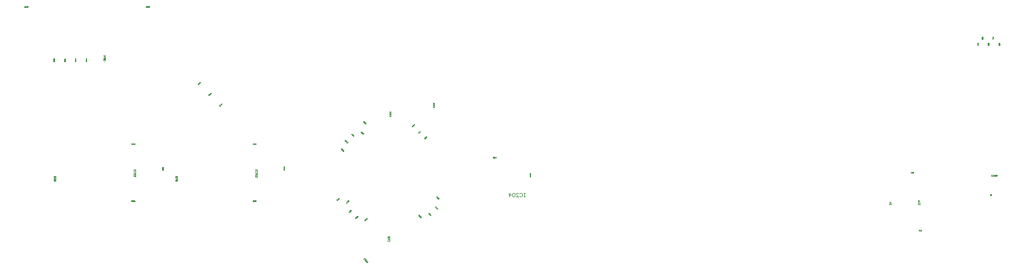
<source format=gbr>
%TF.GenerationSoftware,Altium Limited,Altium Designer,22.4.2 (48)*%
G04 Layer_Color=32896*
%FSLAX26Y26*%
%MOIN*%
%TF.SameCoordinates,8C98EB32-1E12-42CD-A60B-9DA89663A72C*%
%TF.FilePolarity,Positive*%
%TF.FileFunction,Other,Bottom_Value*%
%TF.Part,Single*%
G01*
G75*
%TA.AperFunction,NonConductor*%
%ADD112C,0.001000*%
D112*
X9229001Y2934714D02*
X9227361Y2933074D01*
X9224081D01*
X9222441Y2934714D01*
Y2941273D01*
X9224081Y2942913D01*
X9227361D01*
X9229001Y2941273D01*
X9237200Y2933074D02*
X9233920D01*
X9232280Y2934714D01*
Y2941273D01*
X9233920Y2942913D01*
X9237200D01*
X9238840Y2941273D01*
Y2934714D01*
X9237200Y2933074D01*
X9248679Y2934714D02*
X9247039Y2933074D01*
X9243760D01*
X9242120Y2934714D01*
Y2941273D01*
X9243760Y2942913D01*
X9247039D01*
X9248679Y2941273D01*
Y2937994D01*
X9245399D01*
X9251959Y2942913D02*
X9255239D01*
X9253599D01*
Y2933074D01*
X9251959Y2934714D01*
X9216535Y2829647D02*
Y2834646D01*
X9219035D01*
X9219868Y2833813D01*
Y2830480D01*
X9219035Y2829647D01*
X9216535D01*
X9221534Y2830480D02*
X9222367Y2829647D01*
X9224033D01*
X9224866Y2830480D01*
Y2831313D01*
X9224033Y2832146D01*
X9223200D01*
X9224033D01*
X9224866Y2832980D01*
Y2833813D01*
X9224033Y2834646D01*
X9222367D01*
X9221534Y2833813D01*
X8671257Y2776575D02*
X8661417D01*
Y2781494D01*
X8663057Y2783134D01*
X8669617D01*
X8671257Y2781494D01*
Y2776575D01*
X8661417Y2791334D02*
X8671257D01*
X8666337Y2786414D01*
Y2792974D01*
X6653543Y2839875D02*
X6646879D01*
X6650211D01*
Y2819882D01*
X6653543D01*
X6646879D01*
X6623553Y2836543D02*
X6626885Y2839875D01*
X6633550D01*
X6636882Y2836543D01*
Y2823214D01*
X6633550Y2819882D01*
X6626885D01*
X6623553Y2823214D01*
X6603560Y2819882D02*
X6616889D01*
X6603560Y2833211D01*
Y2836543D01*
X6606892Y2839875D01*
X6613556D01*
X6616889Y2836543D01*
X6596895D02*
X6593563Y2839875D01*
X6586898D01*
X6583566Y2836543D01*
Y2823214D01*
X6586898Y2819882D01*
X6593563D01*
X6596895Y2823214D01*
Y2836543D01*
X6566905Y2819882D02*
Y2839875D01*
X6576901Y2829879D01*
X6563573D01*
X8828737Y2776575D02*
Y2779855D01*
Y2778215D01*
X8818898D01*
Y2776575D01*
Y2779855D01*
X8827097Y2791334D02*
X8828737Y2789694D01*
Y2786414D01*
X8827097Y2784774D01*
X8820538D01*
X8818898Y2786414D01*
Y2789694D01*
X8820538Y2791334D01*
X8828737Y2801173D02*
X8827097Y2797893D01*
X8823817Y2794613D01*
X8820538D01*
X8818898Y2796253D01*
Y2799533D01*
X8820538Y2801173D01*
X8822177D01*
X8823817Y2799533D01*
Y2794613D01*
X4337268Y3578082D02*
X4338580Y3576770D01*
Y3574146D01*
X4337268Y3572835D01*
X4332021D01*
X4330709Y3574146D01*
Y3576770D01*
X4332021Y3578082D01*
X4330709Y3585954D02*
Y3580706D01*
X4335956Y3585954D01*
X4337268D01*
X4338580Y3584642D01*
Y3582018D01*
X4337268Y3580706D01*
X4338580Y3593825D02*
Y3588578D01*
X4334644D01*
X4335956Y3591201D01*
Y3592513D01*
X4334644Y3593825D01*
X4332021D01*
X4330709Y3592513D01*
Y3589890D01*
X4332021Y3588578D01*
X4330709Y3600385D02*
X4338580D01*
X4334644Y3596449D01*
Y3601697D01*
X6102116Y3143470D02*
Y3142292D01*
X6100938Y3141114D01*
X6099760D01*
X6097404Y3143470D01*
Y3144648D01*
X6098582Y3145826D01*
X6099760D01*
X6102705Y3149950D02*
X6100349Y3147593D01*
X6105062D01*
X6105651Y3147005D01*
Y3145826D01*
X6104473Y3144648D01*
X6103294D01*
X6106240Y3153484D02*
X6103883Y3151128D01*
X6108596D01*
X6109185Y3150539D01*
Y3149361D01*
X6108007Y3148183D01*
X6106829D01*
X6107418Y3154662D02*
X6108596Y3155840D01*
X6108007Y3155251D01*
X6111541Y3151717D01*
X6110363D01*
X6679890Y2946471D02*
X6679057Y2947304D01*
Y2948970D01*
X6679890Y2949803D01*
X6683222D01*
X6684055Y2948970D01*
Y2947304D01*
X6683222Y2946471D01*
X6684055Y2941472D02*
Y2944805D01*
X6680723Y2941472D01*
X6679890D01*
X6679057Y2942305D01*
Y2943972D01*
X6679890Y2944805D01*
X6684055Y2937307D02*
X6679057D01*
X6681556Y2939806D01*
Y2936474D01*
X6679057Y2931476D02*
X6679890Y2933142D01*
X6681556Y2934808D01*
X6683222D01*
X6684055Y2933975D01*
Y2932309D01*
X6683222Y2931476D01*
X6682389D01*
X6681556Y2932309D01*
Y2934808D01*
X5912071Y3269027D02*
X5913383Y3267715D01*
Y3265091D01*
X5912071Y3263780D01*
X5906824D01*
X5905512Y3265091D01*
Y3267715D01*
X5906824Y3269027D01*
X5905512Y3276899D02*
Y3271651D01*
X5910759Y3276899D01*
X5912071D01*
X5913383Y3275587D01*
Y3272963D01*
X5912071Y3271651D01*
Y3279523D02*
X5913383Y3280834D01*
Y3283458D01*
X5912071Y3284770D01*
X5906824D01*
X5905512Y3283458D01*
Y3280834D01*
X5906824Y3279523D01*
X5912071D01*
Y3287394D02*
X5913383Y3288706D01*
Y3291330D01*
X5912071Y3292642D01*
X5910759D01*
X5909448Y3291330D01*
Y3290018D01*
Y3291330D01*
X5908136Y3292642D01*
X5906824D01*
X5905512Y3291330D01*
Y3288706D01*
X5906824Y3287394D01*
X5760571Y3171500D02*
X5761750D01*
X5762928Y3170322D01*
Y3169144D01*
X5760572Y3166788D01*
X5759393D01*
X5758215Y3167966D01*
Y3169144D01*
X5754092Y3172089D02*
X5756448Y3169733D01*
Y3174446D01*
X5757037Y3175035D01*
X5758215D01*
X5759393Y3173857D01*
Y3172678D01*
X5755859Y3176213D02*
Y3177391D01*
X5754681Y3178569D01*
X5753503D01*
X5751146Y3176213D01*
Y3175035D01*
X5752324Y3173857D01*
X5753503D01*
X5755859Y3176213D01*
X5747612Y3178569D02*
X5751146Y3182104D01*
Y3178569D01*
X5748790Y3180925D01*
X5652304Y3077012D02*
X5653482D01*
X5654660Y3075834D01*
Y3074656D01*
X5652304Y3072300D01*
X5651126D01*
X5649948Y3073478D01*
Y3074656D01*
X5645824Y3077601D02*
X5648180Y3075245D01*
Y3079957D01*
X5648769Y3080546D01*
X5649948D01*
X5651126Y3079368D01*
Y3078190D01*
X5647591Y3081725D02*
Y3082903D01*
X5646413Y3084081D01*
X5645235D01*
X5642879Y3081725D01*
Y3080546D01*
X5644057Y3079368D01*
X5645235D01*
X5647591Y3081725D01*
X5642290Y3088204D02*
X5644646Y3085848D01*
X5642879Y3084081D01*
X5642290Y3085848D01*
X5641701Y3086437D01*
X5640522D01*
X5639344Y3085259D01*
Y3084081D01*
X5640522Y3082903D01*
X5641701D01*
X5677909Y2798957D02*
Y2800135D01*
X5679087Y2801314D01*
X5680265D01*
X5682622Y2798957D01*
Y2797779D01*
X5681444Y2796601D01*
X5680265D01*
X5677320Y2792477D02*
X5679676Y2794834D01*
X5674964D01*
X5674375Y2795423D01*
Y2796601D01*
X5675553Y2797779D01*
X5676731D01*
X5673197Y2794245D02*
X5672018D01*
X5670840Y2793067D01*
Y2791888D01*
X5673197Y2789532D01*
X5674375D01*
X5675553Y2790710D01*
Y2791889D01*
X5673197Y2794245D01*
X5666717Y2788943D02*
X5668484Y2789532D01*
X5670840D01*
X5672018Y2788354D01*
Y2787176D01*
X5670840Y2785998D01*
X5669662D01*
X5669073Y2786587D01*
Y2787765D01*
X5670840Y2789532D01*
X5777319Y2700532D02*
Y2701710D01*
X5778497Y2702888D01*
X5779675D01*
X5782031Y2700532D01*
Y2699354D01*
X5780853Y2698176D01*
X5779675D01*
X5776730Y2694052D02*
X5779086Y2696409D01*
X5774373D01*
X5773784Y2696998D01*
Y2698176D01*
X5774962Y2699354D01*
X5776141D01*
X5772606Y2695820D02*
X5771428D01*
X5770250Y2694641D01*
Y2693463D01*
X5772606Y2691107D01*
X5773784D01*
X5774962Y2692285D01*
Y2693463D01*
X5772606Y2695820D01*
X5768483Y2692874D02*
X5766126Y2690518D01*
X5766715Y2689929D01*
X5771428Y2689929D01*
X5772017Y2689340D01*
X6068169Y2716295D02*
X6066991D01*
X6065812Y2717473D01*
Y2718651D01*
X6068169Y2721008D01*
X6069347D01*
X6070525Y2719829D01*
Y2718651D01*
X6074649Y2715706D02*
X6072292Y2718062D01*
Y2713350D01*
X6071703Y2712761D01*
X6070525D01*
X6069347Y2713939D01*
Y2715117D01*
X6072881Y2711582D02*
Y2710404D01*
X6074059Y2709226D01*
X6075238D01*
X6077594Y2711582D01*
Y2712761D01*
X6076416Y2713939D01*
X6075238D01*
X6072881Y2711582D01*
X6076416Y2708048D02*
Y2706870D01*
X6077594Y2705692D01*
X6078772D01*
X6079361Y2706281D01*
Y2707459D01*
X6080539D01*
X6081128Y2708048D01*
Y2709226D01*
X6079950Y2710404D01*
X6078772D01*
X6078183Y2709815D01*
Y2708637D01*
X6077005D01*
X6076416Y2708048D01*
X6078183Y2708637D02*
X6079361Y2707459D01*
X6166594Y2818657D02*
X6165416D01*
X6164238Y2819835D01*
Y2821014D01*
X6166594Y2823370D01*
X6167772D01*
X6168950Y2822192D01*
Y2821013D01*
X6173074Y2818068D02*
X6170717Y2820424D01*
Y2815712D01*
X6170128Y2815123D01*
X6168950D01*
X6167772Y2816301D01*
Y2817479D01*
X6171306Y2813945D02*
Y2812767D01*
X6172485Y2811588D01*
X6173663D01*
X6176019Y2813945D01*
Y2815123D01*
X6174841Y2816301D01*
X6173663D01*
X6171306Y2813945D01*
X6177197Y2812767D02*
X6178375D01*
X6179553Y2811588D01*
Y2810410D01*
X6177197Y2808054D01*
X6176019D01*
X6174841Y2809232D01*
Y2810410D01*
X6175430Y2810999D01*
X6176608D01*
X6178375Y2809232D01*
X6033705Y3209901D02*
Y3208723D01*
X6032527Y3207545D01*
X6031349D01*
X6028993Y3209901D01*
Y3211079D01*
X6030171Y3212257D01*
X6031349D01*
X6034294Y3216381D02*
X6031938Y3214024D01*
X6036651D01*
X6037240Y3213435D01*
Y3212257D01*
X6036062Y3211079D01*
X6034883D01*
X6035472Y3217559D02*
X6036651Y3218737D01*
X6036062Y3218148D01*
X6039596Y3214613D01*
X6038418D01*
X6041363Y3217559D02*
X6042541D01*
X6043719Y3218737D01*
Y3219915D01*
X6041363Y3222271D01*
X6040185D01*
X6039007Y3221093D01*
Y3219915D01*
X6041363Y3217559D01*
X6069138Y3174468D02*
Y3173290D01*
X6067960Y3172112D01*
X6066782D01*
X6064426Y3174468D01*
Y3175646D01*
X6065604Y3176824D01*
X6066782D01*
X6069727Y3180948D02*
X6067371Y3178591D01*
X6072083D01*
X6072672Y3178002D01*
Y3176824D01*
X6071494Y3175646D01*
X6070316D01*
X6070905Y3182126D02*
X6072083Y3183304D01*
X6071494Y3182715D01*
X6075029Y3179180D01*
X6073851D01*
Y3185071D02*
X6075029Y3186249D01*
X6074440Y3185660D01*
X6077974Y3182126D01*
X6076796D01*
X5898952Y2597115D02*
X5897640Y2598427D01*
Y2601050D01*
X5898952Y2602362D01*
X5904200D01*
X5905512Y2601050D01*
Y2598427D01*
X5904200Y2597115D01*
X5905512Y2589243D02*
Y2594491D01*
X5900264Y2589243D01*
X5898952D01*
X5897640Y2590555D01*
Y2593179D01*
X5898952Y2594491D01*
X5905512Y2586619D02*
Y2583995D01*
Y2585307D01*
X5897640D01*
X5898952Y2586619D01*
X5905512Y2574812D02*
Y2580060D01*
X5900264Y2574812D01*
X5898952D01*
X5897640Y2576124D01*
Y2578748D01*
X5898952Y2580060D01*
X5773367Y3227603D02*
X5774545D01*
X5775723Y3226425D01*
Y3225246D01*
X5773367Y3222890D01*
X5772189D01*
X5771011Y3224068D01*
Y3225247D01*
X5766887Y3228192D02*
X5769243Y3225836D01*
Y3230548D01*
X5769832Y3231137D01*
X5771011D01*
X5772189Y3229959D01*
Y3228781D01*
X5765709Y3229370D02*
X5764531Y3230548D01*
X5765120Y3229959D01*
X5768654Y3233493D01*
Y3232315D01*
X5765709Y3235260D02*
Y3236439D01*
X5764531Y3237617D01*
X5763353D01*
X5762764Y3237028D01*
Y3235850D01*
X5763353Y3235260D01*
X5762764Y3235850D01*
X5761585D01*
X5760996Y3235261D01*
Y3234082D01*
X5762175Y3232904D01*
X5763353D01*
X5708406Y3159689D02*
X5709584D01*
X5710762Y3158511D01*
Y3157333D01*
X5708406Y3154977D01*
X5707228D01*
X5706050Y3156155D01*
Y3157333D01*
X5701926Y3160278D02*
X5704283Y3157922D01*
Y3162635D01*
X5704872Y3163224D01*
X5706050D01*
X5707228Y3162046D01*
Y3160867D01*
X5700748Y3161456D02*
X5699570Y3162635D01*
X5700159Y3162046D01*
X5703694Y3165580D01*
Y3164402D01*
X5696036Y3166169D02*
X5699570Y3169703D01*
Y3166169D01*
X5697214Y3168525D01*
X5672973Y3124256D02*
X5674151D01*
X5675329Y3123078D01*
Y3121900D01*
X5672973Y3119544D01*
X5671795D01*
X5670617Y3120722D01*
Y3121900D01*
X5666493Y3124845D02*
X5668850Y3122489D01*
Y3127202D01*
X5669439Y3127791D01*
X5670617D01*
X5671795Y3126613D01*
Y3125434D01*
X5665315Y3126023D02*
X5664137Y3127202D01*
X5664726Y3126613D01*
X5668261Y3130147D01*
Y3128969D01*
X5663548Y3134859D02*
X5665904Y3132503D01*
X5664137Y3130736D01*
X5663548Y3132503D01*
X5662959Y3133092D01*
X5661781D01*
X5660603Y3131914D01*
Y3130736D01*
X5661781Y3129558D01*
X5662959D01*
X5625744Y2812737D02*
Y2813915D01*
X5626922Y2815093D01*
X5628100D01*
X5630456Y2812737D01*
Y2811559D01*
X5629278Y2810381D01*
X5628100D01*
X5625155Y2806257D02*
X5627511Y2808613D01*
X5622798D01*
X5622209Y2809202D01*
Y2810381D01*
X5623387Y2811559D01*
X5624566D01*
X5623977Y2805079D02*
X5622798Y2803901D01*
X5623387Y2804490D01*
X5619853Y2808024D01*
X5621031D01*
X5615141Y2803312D02*
X5616908Y2803901D01*
X5619264D01*
X5620442Y2802723D01*
Y2801544D01*
X5619264Y2800366D01*
X5618086D01*
X5617497Y2800955D01*
Y2802134D01*
X5619264Y2803901D01*
X5690704Y2745808D02*
Y2746986D01*
X5691882Y2748164D01*
X5693061D01*
X5695417Y2745808D01*
Y2744630D01*
X5694239Y2743451D01*
X5693061D01*
X5690115Y2739328D02*
X5692472Y2741684D01*
X5687759D01*
X5687170Y2742273D01*
Y2743451D01*
X5688348Y2744630D01*
X5689526D01*
X5688937Y2738150D02*
X5687759Y2736972D01*
X5688348Y2737561D01*
X5684814Y2741095D01*
X5685992D01*
X5682458Y2738739D02*
X5680101Y2736383D01*
X5680690Y2735794D01*
X5685403Y2735794D01*
X5685992Y2735204D01*
X5727122Y2712343D02*
Y2713521D01*
X5728300Y2714699D01*
X5729478D01*
X5731834Y2712343D01*
Y2711165D01*
X5730656Y2709987D01*
X5729478D01*
X5726533Y2705863D02*
X5728889Y2708220D01*
X5724176D01*
X5723587Y2708809D01*
Y2709987D01*
X5724765Y2711165D01*
X5725944D01*
X5725355Y2704685D02*
X5724176Y2703507D01*
X5724765Y2704096D01*
X5721231Y2707631D01*
X5722409D01*
X5719464Y2704685D02*
X5718286D01*
X5717108Y2703507D01*
Y2702329D01*
X5717697Y2701740D01*
X5718875D01*
Y2700562D01*
X5719464Y2699973D01*
X5720642D01*
X5721820Y2701151D01*
Y2702329D01*
X5721231Y2702918D01*
X5720053D01*
Y2704096D01*
X5719464Y2704685D01*
X5720053Y2702918D02*
X5718875Y2701740D01*
X6122303Y2727122D02*
X6121124D01*
X6119946Y2728300D01*
Y2729478D01*
X6122302Y2731834D01*
X6123481D01*
X6124659Y2730656D01*
Y2729478D01*
X6128782Y2726533D02*
X6126426Y2728889D01*
Y2724176D01*
X6125837Y2723587D01*
X6124659D01*
X6123481Y2724765D01*
Y2725944D01*
X6129960Y2725354D02*
X6131139Y2724176D01*
X6130550Y2724765D01*
X6127015Y2721231D01*
Y2722409D01*
X6132317Y2721820D02*
X6133495D01*
X6134673Y2720642D01*
Y2719464D01*
X6132317Y2717108D01*
X6131139D01*
X6129960Y2718286D01*
Y2719464D01*
X6130549Y2720053D01*
X6131728D01*
X6133495Y2718286D01*
X6159704Y2762555D02*
X6158526D01*
X6157348Y2763733D01*
Y2764911D01*
X6159704Y2767267D01*
X6160882D01*
X6162060Y2766089D01*
Y2764911D01*
X6166184Y2761966D02*
X6163828Y2764322D01*
Y2759609D01*
X6163239Y2759020D01*
X6162060D01*
X6160882Y2760198D01*
Y2761377D01*
X6169718Y2758431D02*
X6167362Y2760788D01*
Y2756075D01*
X6166773Y2755486D01*
X6165595D01*
X6164417Y2756664D01*
Y2757842D01*
X6167951Y2754308D02*
Y2753130D01*
X6169129Y2751952D01*
X6170307D01*
X6172664Y2754308D01*
Y2755486D01*
X6171485Y2756664D01*
X6170307D01*
X6167951Y2754308D01*
X6152229Y3319224D02*
X6153541Y3317912D01*
Y3315288D01*
X6152229Y3313976D01*
X6146981D01*
X6145669Y3315288D01*
Y3317912D01*
X6146981Y3319224D01*
X6145669Y3327095D02*
Y3321848D01*
X6150917Y3327095D01*
X6152229D01*
X6153541Y3325784D01*
Y3323160D01*
X6152229Y3321848D01*
Y3329719D02*
X6153541Y3331031D01*
Y3333655D01*
X6152229Y3334967D01*
X6146981D01*
X6145669Y3333655D01*
Y3331031D01*
X6146981Y3329719D01*
X6152229D01*
X6145669Y3337591D02*
Y3340215D01*
Y3338903D01*
X6153541D01*
X6152229Y3337591D01*
X5766678Y2474046D02*
X5764823Y2474045D01*
X5762967Y2475901D01*
Y2477756D01*
X5766678Y2481467D01*
X5768533D01*
X5770389Y2479611D01*
Y2477756D01*
X5776882Y2473118D02*
X5773172Y2476828D01*
Y2469407D01*
X5772244Y2468479D01*
X5770389D01*
X5768533Y2470335D01*
Y2472190D01*
X5774099Y2466624D02*
X5774099Y2464769D01*
X5775955Y2462914D01*
X5777810D01*
X5781520Y2466624D01*
Y2468479D01*
X5779665Y2470335D01*
X5777810D01*
X5774099Y2466624D01*
X5788014Y2461986D02*
X5784304Y2465696D01*
Y2458275D01*
X5783376Y2457347D01*
X5781520D01*
X5779665Y2459203D01*
X5779665Y2461058D01*
X6476378Y3040000D02*
Y3035002D01*
X6478877D01*
X6479710Y3035835D01*
Y3037501D01*
X6478877Y3038334D01*
X6476378D01*
X6478044D02*
X6479710Y3040000D01*
X6484709D02*
X6481376D01*
X6484709Y3036668D01*
Y3035835D01*
X6483876Y3035002D01*
X6482209D01*
X6481376Y3035835D01*
X6486375Y3040000D02*
X6488041D01*
X6487208D01*
Y3035002D01*
X6486375Y3035835D01*
X6493039Y3040000D02*
Y3035002D01*
X6490540Y3037501D01*
X6493872D01*
X9145669Y3657480D02*
X9150668D01*
Y3659980D01*
X9149835Y3660813D01*
X9148168D01*
X9147335Y3659980D01*
Y3657480D01*
Y3659146D02*
X9145669Y3660813D01*
Y3662479D02*
Y3664145D01*
Y3663312D01*
X9150668D01*
X9149835Y3662479D01*
X9150668Y3669976D02*
X9149835Y3668310D01*
X9148168Y3666644D01*
X9146502D01*
X9145669Y3667477D01*
Y3669143D01*
X9146502Y3669976D01*
X9147335D01*
X9148168Y3669143D01*
Y3666644D01*
X9234252Y3704724D02*
X9229254D01*
Y3702225D01*
X9230087Y3701392D01*
X9231753D01*
X9232586Y3702225D01*
Y3704724D01*
Y3703058D02*
X9234252Y3701392D01*
Y3699726D02*
Y3698060D01*
Y3698893D01*
X9229254D01*
X9230087Y3699726D01*
X9229254Y3695561D02*
Y3692228D01*
X9230087D01*
X9233419Y3695561D01*
X9234252D01*
X9263780Y3657480D02*
X9268778D01*
Y3659980D01*
X9267945Y3660813D01*
X9266279D01*
X9265446Y3659980D01*
Y3657480D01*
Y3659146D02*
X9263780Y3660813D01*
Y3662479D02*
Y3664145D01*
Y3663312D01*
X9268778D01*
X9267945Y3662479D01*
Y3666644D02*
X9268778Y3667477D01*
Y3669143D01*
X9267945Y3669976D01*
X9267112D01*
X9266279Y3669143D01*
X9265446Y3669976D01*
X9264613D01*
X9263780Y3669143D01*
Y3667477D01*
X9264613Y3666644D01*
X9265446D01*
X9266279Y3667477D01*
X9267112Y3666644D01*
X9267945D01*
X9266279Y3667477D02*
Y3669143D01*
X9175197Y3704724D02*
X9170199D01*
Y3702225D01*
X9171032Y3701392D01*
X9172698D01*
X9173531Y3702225D01*
Y3704724D01*
Y3703058D02*
X9175197Y3701392D01*
Y3699726D02*
Y3698060D01*
Y3698893D01*
X9170199D01*
X9171032Y3699726D01*
X9174364Y3695561D02*
X9175197Y3694728D01*
Y3693061D01*
X9174364Y3692228D01*
X9171032D01*
X9170199Y3693061D01*
Y3694728D01*
X9171032Y3695561D01*
X9171865D01*
X9172698Y3694728D01*
Y3692228D01*
X9204724Y3657480D02*
X9209723D01*
Y3659980D01*
X9208890Y3660813D01*
X9207224D01*
X9206390Y3659980D01*
Y3657480D01*
Y3659146D02*
X9204724Y3660813D01*
Y3665811D02*
Y3662479D01*
X9208057Y3665811D01*
X9208890D01*
X9209723Y3664978D01*
Y3663312D01*
X9208890Y3662479D01*
Y3667477D02*
X9209723Y3668310D01*
Y3669976D01*
X9208890Y3670809D01*
X9205558D01*
X9204724Y3669976D01*
Y3668310D01*
X9205558Y3667477D01*
X9208890D01*
X4177394Y3571246D02*
X4178227Y3570413D01*
Y3568747D01*
X4177394Y3567913D01*
X4174061D01*
X4173228Y3568747D01*
Y3570413D01*
X4174061Y3571246D01*
X4173228Y3576244D02*
Y3572912D01*
X4176561Y3576244D01*
X4177394D01*
X4178227Y3575411D01*
Y3573745D01*
X4177394Y3572912D01*
X4178227Y3581242D02*
Y3577910D01*
X4175728D01*
X4176561Y3579576D01*
Y3580409D01*
X4175728Y3581242D01*
X4174061D01*
X4173228Y3580409D01*
Y3578743D01*
X4174061Y3577910D01*
X4178227Y3586241D02*
X4177394Y3584575D01*
X4175728Y3582909D01*
X4174061D01*
X4173228Y3583742D01*
Y3585408D01*
X4174061Y3586241D01*
X4174895D01*
X4175728Y3585408D01*
Y3582909D01*
X4912811Y3383298D02*
Y3382120D01*
X4911633Y3380942D01*
X4910455D01*
X4908098Y3383298D01*
Y3384476D01*
X4909276Y3385655D01*
X4910455D01*
X4913400Y3389778D02*
X4911044Y3387422D01*
X4915756D01*
X4916345Y3386833D01*
Y3385655D01*
X4915167Y3384476D01*
X4913989D01*
X4916345Y3392723D02*
X4919880Y3389189D01*
X4916345D01*
X4918702Y3391545D01*
X4921058D02*
X4922236D01*
X4923414Y3392723D01*
Y3393901D01*
X4922825Y3394490D01*
X4921647D01*
Y3395669D01*
X4921058Y3396258D01*
X4919880D01*
X4918702Y3395080D01*
Y3393901D01*
X4919291Y3393312D01*
X4920469D01*
Y3392134D01*
X4921058Y3391545D01*
X4920469Y3393312D02*
X4921647Y3394490D01*
X4728677Y2930776D02*
X4727365Y2932088D01*
Y2934712D01*
X4728677Y2936024D01*
X4733924D01*
X4735236Y2934712D01*
Y2932088D01*
X4733924Y2930776D01*
X4735236Y2922905D02*
Y2928152D01*
X4729989Y2922905D01*
X4728677D01*
X4727365Y2924216D01*
Y2926840D01*
X4728677Y2928152D01*
X4727365Y2915033D02*
X4728677Y2917657D01*
X4731301Y2920281D01*
X4733924D01*
X4735236Y2918969D01*
Y2916345D01*
X4733924Y2915033D01*
X4732612D01*
X4731301Y2916345D01*
Y2920281D01*
X4735236Y2907162D02*
Y2912409D01*
X4729989Y2907162D01*
X4728677D01*
X4727365Y2908473D01*
Y2911097D01*
X4728677Y2912409D01*
X4059385Y2930776D02*
X4058073Y2932088D01*
Y2934712D01*
X4059385Y2936024D01*
X4064633D01*
X4065945Y2934712D01*
Y2932088D01*
X4064633Y2930776D01*
X4065945Y2922905D02*
Y2928152D01*
X4060697Y2922905D01*
X4059385D01*
X4058073Y2924216D01*
Y2926840D01*
X4059385Y2928152D01*
X4058073Y2915033D02*
Y2920281D01*
X4062009D01*
X4060697Y2917657D01*
Y2916345D01*
X4062009Y2915033D01*
X4064633D01*
X4065945Y2916345D01*
Y2918969D01*
X4064633Y2920281D01*
Y2912409D02*
X4065945Y2911097D01*
Y2908473D01*
X4064633Y2907162D01*
X4059385D01*
X4058073Y2908473D01*
Y2911097D01*
X4059385Y2912409D01*
X4060697D01*
X4062009Y2911097D01*
Y2907162D01*
X4971866Y3324243D02*
Y3323065D01*
X4970688Y3321887D01*
X4969510D01*
X4967154Y3324243D01*
Y3325421D01*
X4968332Y3326599D01*
X4969510D01*
X4972455Y3330723D02*
X4970099Y3328367D01*
X4974811D01*
X4975400Y3327778D01*
Y3326599D01*
X4974222Y3325421D01*
X4973044D01*
X4975400Y3333668D02*
X4978935Y3330134D01*
X4975400D01*
X4977757Y3332490D01*
X4980702Y3331901D02*
X4983058Y3334257D01*
X4982469Y3334846D01*
X4977757Y3334846D01*
X4977168Y3335435D01*
X4498636Y2799441D02*
X4499469Y2800274D01*
X4501135D01*
X4501968Y2799441D01*
Y2796109D01*
X4501135Y2795276D01*
X4499469D01*
X4498636Y2796109D01*
X4496970Y2799441D02*
X4496137Y2800274D01*
X4494471D01*
X4493638Y2799441D01*
Y2798608D01*
X4494471Y2797775D01*
X4495304D01*
X4494471D01*
X4493638Y2796942D01*
Y2796109D01*
X4494471Y2795276D01*
X4496137D01*
X4496970Y2796109D01*
X4491972Y2799441D02*
X4491139Y2800274D01*
X4489472D01*
X4488639Y2799441D01*
Y2796109D01*
X4489472Y2795276D01*
X4491139D01*
X4491972Y2796109D01*
Y2799441D01*
X4486973D02*
X4486140Y2800274D01*
X4484474D01*
X4483641Y2799441D01*
Y2798608D01*
X4484474Y2797775D01*
X4485307D01*
X4484474D01*
X4483641Y2796942D01*
Y2796109D01*
X4484474Y2795276D01*
X4486140D01*
X4486973Y2796109D01*
X4657709Y2971836D02*
X4658542Y2971003D01*
Y2969337D01*
X4657709Y2968504D01*
X4654376D01*
X4653543Y2969337D01*
Y2971003D01*
X4654376Y2971836D01*
X4657709Y2973502D02*
X4658542Y2974336D01*
Y2976002D01*
X4657709Y2976835D01*
X4656876D01*
X4656042Y2976002D01*
Y2975169D01*
Y2976002D01*
X4655209Y2976835D01*
X4654376D01*
X4653543Y2976002D01*
Y2974336D01*
X4654376Y2973502D01*
X4657709Y2978501D02*
X4658542Y2979334D01*
Y2981000D01*
X4657709Y2981833D01*
X4654376D01*
X4653543Y2981000D01*
Y2979334D01*
X4654376Y2978501D01*
X4657709D01*
X4653543Y2983499D02*
Y2985165D01*
Y2984332D01*
X4658542D01*
X4657709Y2983499D01*
X5167927Y2799441D02*
X5168761Y2800274D01*
X5170427D01*
X5171260Y2799441D01*
Y2796109D01*
X5170427Y2795276D01*
X5168761D01*
X5167927Y2796109D01*
X5166261Y2799441D02*
X5165428Y2800274D01*
X5163762D01*
X5162929Y2799441D01*
Y2798608D01*
X5163762Y2797775D01*
X5164595D01*
X5163762D01*
X5162929Y2796942D01*
Y2796109D01*
X5163762Y2795276D01*
X5165428D01*
X5166261Y2796109D01*
X5161263Y2799441D02*
X5160430Y2800274D01*
X5158764D01*
X5157931Y2799441D01*
Y2796109D01*
X5158764Y2795276D01*
X5160430D01*
X5161263Y2796109D01*
Y2799441D01*
X5152932Y2800274D02*
X5156265D01*
Y2797775D01*
X5154599Y2798608D01*
X5153765D01*
X5152932Y2797775D01*
Y2796109D01*
X5153765Y2795276D01*
X5155431D01*
X5156265Y2796109D01*
X5167927Y3114401D02*
X5168761Y3115235D01*
X5170427D01*
X5171260Y3114401D01*
Y3111069D01*
X5170427Y3110236D01*
X5168761D01*
X5167927Y3111069D01*
X5166261Y3114401D02*
X5165428Y3115235D01*
X5163762D01*
X5162929Y3114401D01*
Y3113568D01*
X5163762Y3112735D01*
X5164595D01*
X5163762D01*
X5162929Y3111902D01*
Y3111069D01*
X5163762Y3110236D01*
X5165428D01*
X5166261Y3111069D01*
X5161263Y3114401D02*
X5160430Y3115235D01*
X5158764D01*
X5157931Y3114401D01*
Y3111069D01*
X5158764Y3110236D01*
X5160430D01*
X5161263Y3111069D01*
Y3114401D01*
X5153765Y3110236D02*
Y3115235D01*
X5156265Y3112735D01*
X5152932D01*
X5327000Y2971836D02*
X5327833Y2971003D01*
Y2969337D01*
X5327000Y2968504D01*
X5323668D01*
X5322835Y2969337D01*
Y2971003D01*
X5323668Y2971836D01*
X5327000Y2973502D02*
X5327833Y2974336D01*
Y2976002D01*
X5327000Y2976835D01*
X5326167D01*
X5325334Y2976002D01*
Y2975169D01*
Y2976002D01*
X5324501Y2976835D01*
X5323668D01*
X5322835Y2976002D01*
Y2974336D01*
X5323668Y2973502D01*
X5327000Y2978501D02*
X5327833Y2979334D01*
Y2981000D01*
X5327000Y2981833D01*
X5323668D01*
X5322835Y2981000D01*
Y2979334D01*
X5323668Y2978501D01*
X5327000D01*
X5327833Y2986831D02*
X5327000Y2985165D01*
X5325334Y2983499D01*
X5323668D01*
X5322835Y2984332D01*
Y2985998D01*
X5323668Y2986831D01*
X5324501D01*
X5325334Y2985998D01*
Y2983499D01*
X4498636Y3114401D02*
X4499469Y3115235D01*
X4501135D01*
X4501968Y3114401D01*
Y3111069D01*
X4501135Y3110236D01*
X4499469D01*
X4498636Y3111069D01*
X4496970Y3114401D02*
X4496137Y3115235D01*
X4494471D01*
X4493638Y3114401D01*
Y3113568D01*
X4494471Y3112735D01*
X4495304D01*
X4494471D01*
X4493638Y3111902D01*
Y3111069D01*
X4494471Y3110236D01*
X4496137D01*
X4496970Y3111069D01*
X4491972Y3114401D02*
X4491139Y3115235D01*
X4489472D01*
X4488639Y3114401D01*
Y3111069D01*
X4489472Y3110236D01*
X4491139D01*
X4491972Y3111069D01*
Y3114401D01*
X4483641Y3110236D02*
X4486973D01*
X4483641Y3113568D01*
Y3114401D01*
X4484474Y3115235D01*
X4486140D01*
X4486973Y3114401D01*
X4236449Y3571246D02*
X4237282Y3570413D01*
Y3568747D01*
X4236449Y3567913D01*
X4233117D01*
X4232283Y3568747D01*
Y3570413D01*
X4233117Y3571246D01*
X4232283Y3576244D02*
Y3572912D01*
X4235616Y3576244D01*
X4236449D01*
X4237282Y3575411D01*
Y3573745D01*
X4236449Y3572912D01*
X4237282Y3581242D02*
Y3577910D01*
X4234783D01*
X4235616Y3579576D01*
Y3580409D01*
X4234783Y3581242D01*
X4233117D01*
X4232283Y3580409D01*
Y3578743D01*
X4233117Y3577910D01*
X4237282Y3586241D02*
Y3582909D01*
X4234783D01*
X4235616Y3584575D01*
Y3585408D01*
X4234783Y3586241D01*
X4233117D01*
X4232283Y3585408D01*
Y3583742D01*
X4233117Y3582909D01*
X3910053Y3872276D02*
X3910887Y3873109D01*
X3912553D01*
X3913386Y3872276D01*
Y3868943D01*
X3912553Y3868110D01*
X3910887D01*
X3910053Y3868943D01*
X3905055Y3868110D02*
X3908387D01*
X3905055Y3871443D01*
Y3872276D01*
X3905888Y3873109D01*
X3907554D01*
X3908387Y3872276D01*
X3900890Y3868110D02*
Y3873109D01*
X3903389Y3870609D01*
X3900057D01*
X3895058Y3868110D02*
X3898391D01*
X3895058Y3871443D01*
Y3872276D01*
X3895891Y3873109D01*
X3897557D01*
X3898391Y3872276D01*
X4853756Y3442353D02*
Y3441175D01*
X4852578Y3439997D01*
X4851400D01*
X4849043Y3442353D01*
Y3443532D01*
X4850221Y3444710D01*
X4851400D01*
X4854345Y3448833D02*
X4851989Y3446477D01*
X4856701D01*
X4857290Y3445888D01*
Y3444710D01*
X4856112Y3443532D01*
X4854934D01*
X4857290Y3451778D02*
X4860825Y3448244D01*
X4857290D01*
X4859646Y3450600D01*
Y3452956D02*
Y3454135D01*
X4860825Y3455313D01*
X4862003D01*
X4864359Y3452957D01*
Y3451778D01*
X4863181Y3450600D01*
X4862003D01*
X4861414Y3451189D01*
Y3452367D01*
X4863181Y3454135D01*
X4059284Y3571246D02*
X4060117Y3570413D01*
Y3568747D01*
X4059284Y3567913D01*
X4055951D01*
X4055118Y3568747D01*
Y3570413D01*
X4055951Y3571246D01*
X4055118Y3576244D02*
Y3572912D01*
X4058450Y3576244D01*
X4059284D01*
X4060117Y3575411D01*
Y3573745D01*
X4059284Y3572912D01*
X4060117Y3581242D02*
Y3577910D01*
X4057617D01*
X4058450Y3579576D01*
Y3580409D01*
X4057617Y3581242D01*
X4055951D01*
X4055118Y3580409D01*
Y3578743D01*
X4055951Y3577910D01*
X4059284Y3582909D02*
X4060117Y3583742D01*
Y3585408D01*
X4059284Y3586241D01*
X4058450D01*
X4057617Y3585408D01*
X4056784Y3586241D01*
X4055951D01*
X4055118Y3585408D01*
Y3583742D01*
X4055951Y3582909D01*
X4056784D01*
X4057617Y3583742D01*
X4058450Y3582909D01*
X4059284D01*
X4057617Y3583742D02*
Y3585408D01*
X4579345Y3872276D02*
X4580178Y3873109D01*
X4581844D01*
X4582677Y3872276D01*
Y3868943D01*
X4581844Y3868110D01*
X4580178D01*
X4579345Y3868943D01*
X4574346Y3868110D02*
X4577679D01*
X4574346Y3871443D01*
Y3872276D01*
X4575180Y3873109D01*
X4576846D01*
X4577679Y3872276D01*
X4569348Y3873109D02*
X4572680D01*
Y3870609D01*
X4571014Y3871443D01*
X4570181D01*
X4569348Y3870609D01*
Y3868943D01*
X4570181Y3868110D01*
X4571847D01*
X4572680Y3868943D01*
X4564350Y3868110D02*
X4567682D01*
X4564350Y3871443D01*
Y3872276D01*
X4565183Y3873109D01*
X4566849D01*
X4567682Y3872276D01*
X4118339Y3571246D02*
X4119172Y3570413D01*
Y3568747D01*
X4118339Y3567913D01*
X4115006D01*
X4114173Y3568747D01*
Y3570413D01*
X4115006Y3571246D01*
X4114173Y3576244D02*
Y3572912D01*
X4117506Y3576244D01*
X4118339D01*
X4119172Y3575411D01*
Y3573745D01*
X4118339Y3572912D01*
X4119172Y3581242D02*
Y3577910D01*
X4116672D01*
X4117506Y3579576D01*
Y3580409D01*
X4116672Y3581242D01*
X4115006D01*
X4114173Y3580409D01*
Y3578743D01*
X4115006Y3577910D01*
X4119172Y3582909D02*
Y3586241D01*
X4118339D01*
X4115006Y3582909D01*
X4114173D01*
X5167325Y2972441D02*
Y2969161D01*
Y2970801D01*
X5177164D01*
Y2972441D01*
Y2969161D01*
X5168965Y2957682D02*
X5167325Y2959322D01*
Y2962602D01*
X5168965Y2964242D01*
X5175525D01*
X5177164Y2962602D01*
Y2959322D01*
X5175525Y2957682D01*
X5168965Y2954402D02*
X5167325Y2952762D01*
Y2949483D01*
X5168965Y2947843D01*
X5170605D01*
X5172245Y2949483D01*
Y2951122D01*
Y2949483D01*
X5173885Y2947843D01*
X5175525D01*
X5177164Y2949483D01*
Y2952762D01*
X5175525Y2954402D01*
X5168965Y2944563D02*
X5167325Y2942923D01*
Y2939643D01*
X5168965Y2938003D01*
X5175525D01*
X5177164Y2939643D01*
Y2942923D01*
X5175525Y2944563D01*
X5168965D01*
X5177164Y2928164D02*
Y2934724D01*
X5170605Y2928164D01*
X5168965D01*
X5167325Y2929804D01*
Y2933084D01*
X5168965Y2934724D01*
X4498035Y2972441D02*
Y2969161D01*
Y2970801D01*
X4507874D01*
Y2972441D01*
Y2969161D01*
X4499675Y2957682D02*
X4498035Y2959322D01*
Y2962602D01*
X4499675Y2964242D01*
X4506234D01*
X4507874Y2962602D01*
Y2959322D01*
X4506234Y2957682D01*
X4499675Y2954402D02*
X4498035Y2952762D01*
Y2949483D01*
X4499675Y2947843D01*
X4501315D01*
X4502954Y2949483D01*
Y2951122D01*
Y2949483D01*
X4504594Y2947843D01*
X4506234D01*
X4507874Y2949483D01*
Y2952762D01*
X4506234Y2954402D01*
X4499675Y2944563D02*
X4498035Y2942923D01*
Y2939643D01*
X4499675Y2938003D01*
X4506234D01*
X4507874Y2939643D01*
Y2942923D01*
X4506234Y2944563D01*
X4499675D01*
X4507874Y2934724D02*
Y2931444D01*
Y2933084D01*
X4498035D01*
X4499675Y2934724D01*
X8828136Y2633630D02*
X8827302Y2632797D01*
X8825636D01*
X8824803Y2633630D01*
Y2636962D01*
X8825636Y2637795D01*
X8827302D01*
X8828136Y2636962D01*
X8832301Y2637795D02*
Y2632797D01*
X8829802Y2635296D01*
X8833134D01*
X8834800Y2633630D02*
X8835633Y2632797D01*
X8837299D01*
X8838132Y2633630D01*
Y2634463D01*
X8837299Y2635296D01*
X8836466D01*
X8837299D01*
X8838132Y2636129D01*
Y2636962D01*
X8837299Y2637795D01*
X8835633D01*
X8834800Y2636962D01*
X8789975Y2956921D02*
X8790808Y2957754D01*
X8792474D01*
X8793307Y2956921D01*
Y2953589D01*
X8792474Y2952756D01*
X8790808D01*
X8789975Y2953589D01*
X8785809Y2952756D02*
Y2957754D01*
X8788309Y2955255D01*
X8784976D01*
X8780811Y2952756D02*
Y2957754D01*
X8783310Y2955255D01*
X8779978D01*
%TF.MD5,8bbb4ceaf6a01bd43b971eaf01bceb87*%
M02*

</source>
